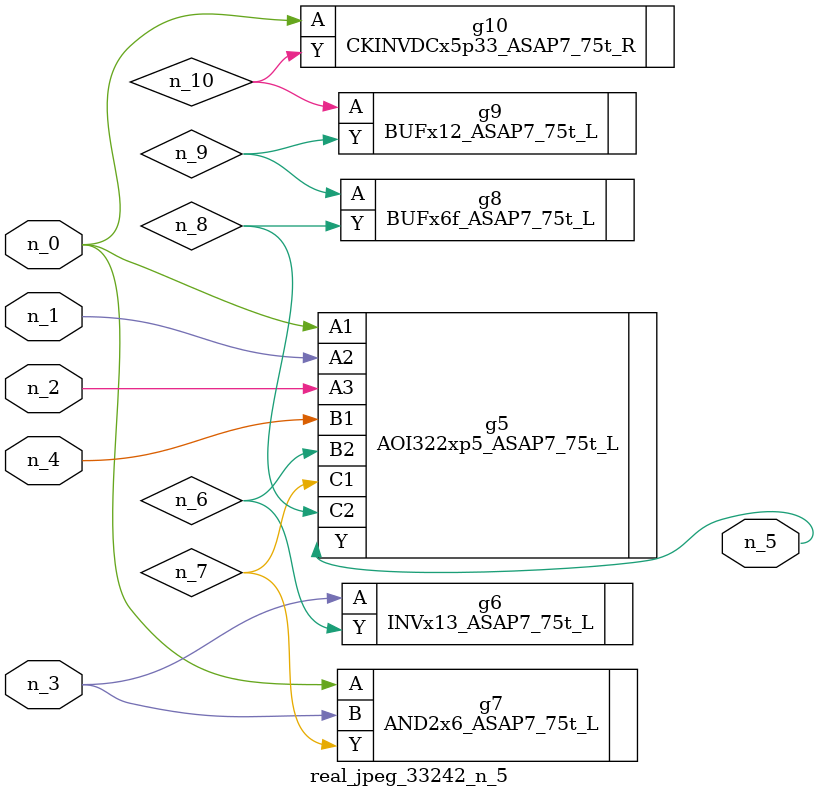
<source format=v>
module real_jpeg_33242_n_5 (n_4, n_0, n_1, n_2, n_3, n_5);

input n_4;
input n_0;
input n_1;
input n_2;
input n_3;

output n_5;

wire n_8;
wire n_6;
wire n_7;
wire n_10;
wire n_9;

AOI322xp5_ASAP7_75t_L g5 ( 
.A1(n_0),
.A2(n_1),
.A3(n_2),
.B1(n_4),
.B2(n_6),
.C1(n_7),
.C2(n_8),
.Y(n_5)
);

AND2x6_ASAP7_75t_L g7 ( 
.A(n_0),
.B(n_3),
.Y(n_7)
);

CKINVDCx5p33_ASAP7_75t_R g10 ( 
.A(n_0),
.Y(n_10)
);

INVx13_ASAP7_75t_L g6 ( 
.A(n_3),
.Y(n_6)
);

BUFx6f_ASAP7_75t_L g8 ( 
.A(n_9),
.Y(n_8)
);

BUFx12_ASAP7_75t_L g9 ( 
.A(n_10),
.Y(n_9)
);


endmodule
</source>
